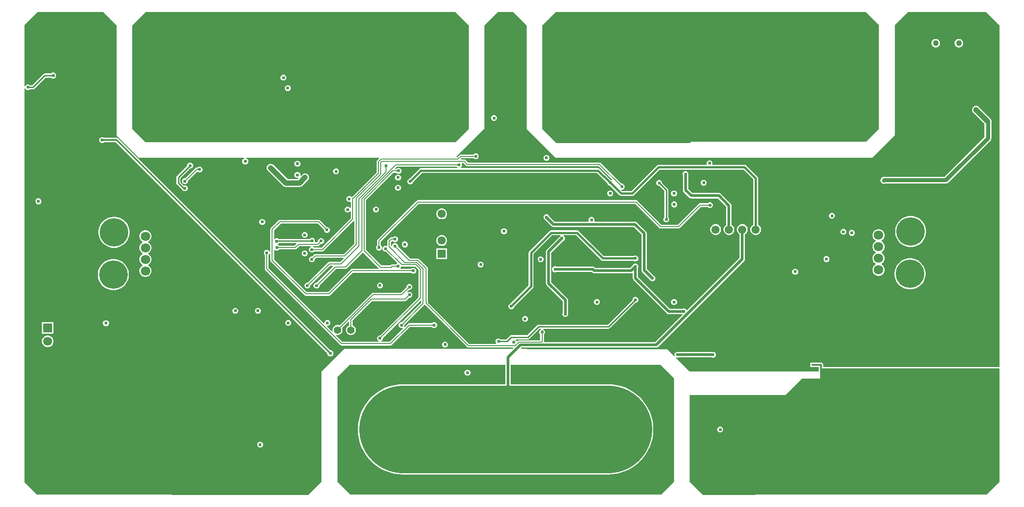
<source format=gbl>
G04*
G04 #@! TF.GenerationSoftware,Altium Limited,Altium Designer,24.2.2 (26)*
G04*
G04 Layer_Physical_Order=4*
G04 Layer_Color=16711680*
%FSLAX25Y25*%
%MOIN*%
G70*
G04*
G04 #@! TF.SameCoordinates,E85AF581-5EDA-4222-B011-A7CF2EBE2122*
G04*
G04*
G04 #@! TF.FilePolarity,Positive*
G04*
G01*
G75*
%ADD11C,0.01575*%
%ADD14C,0.00787*%
%ADD15C,0.01968*%
%ADD17C,0.01000*%
%ADD20C,0.00197*%
%ADD80C,0.07087*%
%ADD82R,0.06102X0.06102*%
%ADD83C,0.06102*%
%ADD84R,0.05469X0.05469*%
%ADD85C,0.05469*%
%ADD91C,0.04331*%
%ADD111C,0.01181*%
%ADD112C,0.03937*%
%ADD114C,0.03150*%
%ADD118C,0.21260*%
%ADD119C,0.51181*%
%ADD120C,0.06693*%
%ADD121R,0.06693X0.06693*%
%ADD122R,0.06102X0.06102*%
%ADD123C,0.02402*%
%ADD124C,0.65617*%
G36*
X685376Y745850D02*
X685377Y663127D01*
X702138Y646366D01*
X780986D01*
X781086Y645866D01*
X780568Y645651D01*
X779949Y645032D01*
X779614Y644223D01*
Y643348D01*
X779949Y642539D01*
X780568Y641920D01*
X781377Y641585D01*
X782252D01*
X783061Y641920D01*
X783680Y642539D01*
X784015Y643348D01*
Y644223D01*
X783680Y645032D01*
X783061Y645651D01*
X782543Y645866D01*
X782643Y646366D01*
X806842D01*
X881802Y646366D01*
X882009Y645866D01*
X880441Y644298D01*
X880133Y643837D01*
X880025Y643293D01*
Y635291D01*
X862067Y617334D01*
X861691Y617259D01*
X861275Y616981D01*
X860887Y617368D01*
X860079Y617703D01*
X859203D01*
X858394Y617368D01*
X857775Y616749D01*
X857440Y615940D01*
Y615064D01*
X857775Y614256D01*
X858394Y613637D01*
X859203Y613302D01*
X860079D01*
X860398Y613434D01*
X860814Y613156D01*
Y608897D01*
X860314Y608798D01*
X860311Y608805D01*
X859692Y609424D01*
X858883Y609759D01*
X858008D01*
X857199Y609424D01*
X856580Y608805D01*
X856245Y607996D01*
Y607121D01*
X856580Y606312D01*
X857199Y605693D01*
X858008Y605358D01*
X858883D01*
X859692Y605693D01*
X860311Y606312D01*
X860314Y606319D01*
X860814Y606220D01*
Y600946D01*
X838885Y579016D01*
X833365D01*
X832920Y579461D01*
X832476Y579645D01*
X832575Y580145D01*
X836120D01*
X836664Y580253D01*
X837125Y580561D01*
X838337Y581773D01*
X838966D01*
X839775Y582108D01*
X840394Y582727D01*
X840729Y583536D01*
Y584412D01*
X840394Y585220D01*
X839775Y585840D01*
X838966Y586175D01*
X838091D01*
X837282Y585840D01*
X836663Y585220D01*
X836328Y584412D01*
Y583783D01*
X835532Y582987D01*
X834127D01*
X833849Y583403D01*
X833982Y583723D01*
Y584598D01*
X833646Y585407D01*
X833027Y586026D01*
X832218Y586361D01*
X831343D01*
X830534Y586026D01*
X830011Y585503D01*
X806653D01*
X806503Y585653D01*
X805694Y585988D01*
X804819D01*
X804010Y585653D01*
X803880Y585524D01*
X803418Y585715D01*
Y592111D01*
X808358Y597051D01*
X836132D01*
X840690Y592494D01*
Y591865D01*
X841025Y591056D01*
X841644Y590437D01*
X842453Y590102D01*
X843328D01*
X844137Y590437D01*
X844756Y591056D01*
X845091Y591865D01*
Y592740D01*
X844756Y593549D01*
X844137Y594168D01*
X843328Y594503D01*
X842699D01*
X837725Y599477D01*
X837264Y599785D01*
X836721Y599893D01*
X807770D01*
X807226Y599785D01*
X806765Y599477D01*
X800993Y593705D01*
X800685Y593244D01*
X800576Y592700D01*
Y575668D01*
X800101Y575609D01*
X799766Y576418D01*
X799147Y577037D01*
X798338Y577372D01*
X797462D01*
X796653Y577037D01*
X796034Y576418D01*
X795699Y575609D01*
Y574733D01*
X796034Y573925D01*
X796479Y573480D01*
Y563006D01*
X796587Y562463D01*
X796895Y562002D01*
X852906Y505991D01*
X853367Y505683D01*
X853911Y505575D01*
X853911Y505575D01*
X890503D01*
X891047Y505683D01*
X891508Y505991D01*
X905003Y519487D01*
X921493D01*
X921938Y519042D01*
X922747Y518707D01*
X923622D01*
X924431Y519042D01*
X925050Y519661D01*
X925385Y520470D01*
Y521345D01*
X925050Y522154D01*
X924431Y522773D01*
X923622Y523108D01*
X922747D01*
X921938Y522773D01*
X921493Y522329D01*
X904415D01*
X903871Y522220D01*
X903410Y521912D01*
X901059Y519562D01*
X900636Y519845D01*
X900877Y520428D01*
Y521057D01*
X915772Y535952D01*
X915921Y536101D01*
X916425Y535955D01*
X947998Y504382D01*
X948459Y504074D01*
X949003Y503966D01*
X982181D01*
X982372Y503504D01*
X981837Y502969D01*
X855973D01*
X838920Y485916D01*
Y403386D01*
X829021Y393487D01*
X625933Y393738D01*
X616430Y403241D01*
Y481024D01*
Y698566D01*
X616930Y698665D01*
X617174Y698075D01*
X617793Y697456D01*
X618602Y697121D01*
X619478D01*
X620287Y697456D01*
X620623Y697793D01*
X622837D01*
X623422Y697909D01*
X623918Y698241D01*
X632258Y706580D01*
X636489D01*
X636825Y706244D01*
X637634Y705909D01*
X638510D01*
X639319Y706244D01*
X639938Y706863D01*
X640273Y707672D01*
Y708548D01*
X639938Y709356D01*
X639319Y709975D01*
X638510Y710311D01*
X637634D01*
X636825Y709975D01*
X636489Y709639D01*
X631625D01*
X631040Y709523D01*
X630543Y709191D01*
X622204Y700851D01*
X620623D01*
X620287Y701188D01*
X619478Y701523D01*
X618602D01*
X617793Y701188D01*
X617174Y700569D01*
X616930Y699979D01*
X616430Y700078D01*
Y745850D01*
X626297Y755717D01*
X675509Y755717D01*
X685376Y745850D01*
D02*
G37*
G36*
X939258Y755692D02*
X949156Y745794D01*
Y668156D01*
X939022Y658022D01*
X938867Y658177D01*
X807479D01*
X806990Y658224D01*
X806968Y658222D01*
X806519Y658177D01*
X806506D01*
Y658177D01*
X707030D01*
X697187Y668019D01*
Y745850D01*
X707030Y755692D01*
X939258D01*
Y755692D01*
D02*
G37*
G36*
X1256243Y745794D02*
Y668156D01*
X1246511Y658424D01*
X1115597D01*
X1114689Y657517D01*
X1014777D01*
X1004274Y668019D01*
Y745850D01*
X1014117Y755692D01*
X1246344D01*
X1256243Y745794D01*
D02*
G37*
G36*
X1346511Y745794D02*
Y489352D01*
X1214775D01*
X1214423Y489707D01*
X1214436Y491341D01*
X1214436Y491343D01*
X1214436Y491345D01*
X1214399Y491538D01*
X1214362Y491732D01*
X1214361Y491733D01*
X1214360Y491736D01*
X1214252Y491899D01*
X1214144Y492064D01*
X1214142Y492065D01*
X1214141Y492067D01*
X1213789Y492422D01*
X1213787Y492424D01*
X1213786Y492425D01*
X1213621Y492535D01*
X1213459Y492645D01*
X1213457Y492645D01*
X1213455Y492646D01*
X1213262Y492685D01*
X1213069Y492724D01*
X1213067Y492724D01*
X1213065Y492724D01*
X1205712D01*
X1205322Y492646D01*
X1204991Y492425D01*
X1204770Y492095D01*
X1204692Y491704D01*
Y490507D01*
X1204770Y490117D01*
X1204991Y489786D01*
X1205322Y489565D01*
X1205712Y489488D01*
X1211216D01*
Y486052D01*
X1114510D01*
X1104281Y496282D01*
X1104564Y496706D01*
X1105062Y496499D01*
X1105938D01*
X1106367Y496677D01*
X1131033D01*
X1131462Y496499D01*
X1132338D01*
X1133147Y496834D01*
X1133766Y497453D01*
X1134101Y498262D01*
Y499138D01*
X1133766Y499947D01*
X1133147Y500566D01*
X1132338Y500901D01*
X1131462D01*
X1131033Y500723D01*
X1106367D01*
X1105938Y500901D01*
X1105062D01*
X1104253Y500566D01*
X1103634Y499947D01*
X1103299Y499138D01*
Y498262D01*
X1103506Y497764D01*
X1103082Y497481D01*
X1097749Y502814D01*
X993045D01*
X992889Y502969D01*
X988212D01*
X988021Y503431D01*
X988523Y503933D01*
X1089476D01*
X1090250Y504087D01*
X1090906Y504525D01*
X1155362Y568981D01*
X1155801Y569637D01*
X1155955Y570412D01*
Y589050D01*
X1156419Y589318D01*
X1157173Y590072D01*
X1157707Y590996D01*
X1157983Y592026D01*
Y593093D01*
X1157707Y594123D01*
X1157173Y595047D01*
X1156419Y595801D01*
X1155495Y596335D01*
X1154465Y596611D01*
X1153398D01*
X1152368Y596335D01*
X1151444Y595801D01*
X1150690Y595047D01*
X1150156Y594123D01*
X1149880Y593093D01*
Y592026D01*
X1150156Y590996D01*
X1150690Y590072D01*
X1151444Y589318D01*
X1151908Y589050D01*
Y571250D01*
X1112608Y531950D01*
X1112118Y532047D01*
X1111990Y532355D01*
X1111371Y532975D01*
X1110562Y533310D01*
X1109687D01*
X1109258Y533132D01*
X1099718D01*
X1075923Y556927D01*
Y563952D01*
X1076101Y564381D01*
Y565257D01*
X1075766Y566066D01*
X1075147Y566685D01*
X1074338Y567020D01*
X1073462D01*
X1072653Y566685D01*
X1072034Y566066D01*
X1071873Y565677D01*
X1070113Y563917D01*
X1043753D01*
X1043452Y564218D01*
X1042796Y564657D01*
X1042022Y564811D01*
X1014735D01*
X1014306Y564988D01*
X1013431D01*
X1012622Y564653D01*
X1012003Y564034D01*
X1011668Y563225D01*
Y562350D01*
X1012003Y561541D01*
X1012622Y560922D01*
X1013431Y560587D01*
X1014306D01*
X1014735Y560765D01*
X1041184D01*
X1041485Y560463D01*
X1042141Y560025D01*
X1042915Y559871D01*
X1070951D01*
X1071377Y559955D01*
X1071877Y559570D01*
Y556089D01*
X1072031Y555315D01*
X1072470Y554659D01*
X1097450Y529678D01*
X1098106Y529240D01*
X1098880Y529086D01*
X1109037D01*
X1109245Y528586D01*
X1088638Y507979D01*
X1005784D01*
X1005411Y508479D01*
X1005455Y508700D01*
Y513904D01*
X1005952Y514401D01*
X1006287Y515210D01*
Y516086D01*
X1005952Y516894D01*
X1005333Y517514D01*
X1004922Y517684D01*
X1005021Y518184D01*
X1053729D01*
X1054314Y518300D01*
X1054810Y518632D01*
X1073846Y537667D01*
X1074335D01*
X1075144Y538002D01*
X1075763Y538622D01*
X1076098Y539430D01*
Y540306D01*
X1075763Y541115D01*
X1075144Y541734D01*
X1074335Y542069D01*
X1073459D01*
X1072650Y541734D01*
X1072031Y541115D01*
X1071696Y540306D01*
Y539843D01*
X1053095Y521243D01*
X1001405D01*
X1000820Y521126D01*
X1000324Y520795D01*
X992809Y513281D01*
X980906D01*
X980320Y513164D01*
X979824Y512833D01*
X977221Y510229D01*
X972997D01*
X972661Y510566D01*
X971852Y510901D01*
X970977D01*
X970168Y510566D01*
X969549Y509947D01*
X969213Y509138D01*
Y508262D01*
X969549Y507453D01*
X969694Y507308D01*
X969487Y506808D01*
X949591D01*
X918503Y537896D01*
Y563312D01*
X918503Y563312D01*
X918395Y563856D01*
X918087Y564317D01*
X911911Y570493D01*
X911450Y570801D01*
X910906Y570909D01*
X905175D01*
X896031Y580053D01*
Y580682D01*
X895696Y581491D01*
X895077Y582110D01*
X894268Y582445D01*
X893392D01*
X892583Y582110D01*
X891964Y581491D01*
X891648Y580727D01*
X891585Y580664D01*
X891129Y580481D01*
X890958Y580602D01*
Y583199D01*
X891701Y583941D01*
X892139D01*
X892583Y583496D01*
X893392Y583161D01*
X894268D01*
X895077Y583496D01*
X895696Y584116D01*
X896031Y584924D01*
Y585800D01*
X895696Y586609D01*
X895077Y587228D01*
X894268Y587563D01*
X893392D01*
X892583Y587228D01*
X892139Y586783D01*
X891112D01*
X890568Y586675D01*
X890107Y586367D01*
X888532Y584792D01*
X888224Y584331D01*
X888116Y583787D01*
Y580497D01*
X887616Y580163D01*
X887188Y580340D01*
X886313D01*
X885504Y580005D01*
X884885Y579386D01*
X884664Y578853D01*
X884597Y578691D01*
X884097Y578791D01*
X884097Y578954D01*
Y579463D01*
X883762Y580272D01*
X883317Y580717D01*
Y583396D01*
X911683Y611762D01*
X1073917D01*
X1091869Y593810D01*
X1092330Y593502D01*
X1092874Y593393D01*
X1106121D01*
X1106665Y593502D01*
X1107126Y593810D01*
X1122775Y609458D01*
X1128035D01*
X1128480Y609014D01*
X1129289Y608678D01*
X1130164D01*
X1130973Y609014D01*
X1131592Y609633D01*
X1131927Y610442D01*
Y611317D01*
X1131592Y612126D01*
X1130973Y612745D01*
X1130164Y613080D01*
X1129289D01*
X1128480Y612745D01*
X1128035Y612300D01*
X1122186D01*
X1121642Y612192D01*
X1121181Y611884D01*
X1105533Y596235D01*
X1093462D01*
X1075511Y614187D01*
X1075049Y614495D01*
X1074506Y614604D01*
X911095D01*
X910551Y614495D01*
X910090Y614187D01*
X880892Y584989D01*
X880583Y584528D01*
X880475Y583984D01*
Y580717D01*
X880031Y580272D01*
X879696Y579463D01*
Y578588D01*
X880031Y577779D01*
X880650Y577160D01*
X881459Y576825D01*
X882334D01*
X883143Y577160D01*
X883762Y577779D01*
X883983Y578312D01*
X884050Y578474D01*
X884550Y578374D01*
X884550Y578211D01*
Y577702D01*
X884885Y576893D01*
X885504Y576274D01*
X886313Y575939D01*
X887169D01*
X895469Y567638D01*
X895372Y567148D01*
X895051Y567016D01*
X894607Y566571D01*
X891874D01*
X891330Y566463D01*
X890869Y566155D01*
X890364Y565650D01*
X883921D01*
X872273Y577298D01*
Y614612D01*
X892862Y635201D01*
X894834D01*
X895278Y634756D01*
X896087Y634421D01*
X896963D01*
X897772Y634756D01*
X898391Y635375D01*
X898726Y636184D01*
Y637060D01*
X898391Y637868D01*
X897772Y638488D01*
X896963Y638823D01*
X896087D01*
X895278Y638488D01*
X894834Y638043D01*
X894130D01*
X893939Y638505D01*
X895139Y639705D01*
X940209D01*
X940653Y639260D01*
X940971Y639129D01*
X940872Y638629D01*
X913330D01*
X913330Y638629D01*
X912633Y638490D01*
X912041Y638095D01*
X904716Y630769D01*
X904091Y630511D01*
X903472Y629892D01*
X903137Y629083D01*
Y628207D01*
X903472Y627398D01*
X904091Y626779D01*
X904900Y626444D01*
X905776D01*
X906584Y626779D01*
X907204Y627398D01*
X907539Y628207D01*
Y628438D01*
X914085Y634984D01*
X1045215D01*
X1052857Y627342D01*
Y627281D01*
X1053192Y626472D01*
X1053811Y625853D01*
X1054620Y625518D01*
X1054681D01*
X1061760Y618439D01*
X1061760Y618439D01*
X1062351Y618044D01*
X1063048Y617905D01*
X1071654D01*
X1071655Y617905D01*
X1072352Y618044D01*
X1072943Y618439D01*
X1091957Y637453D01*
X1154920D01*
X1162109Y630264D01*
Y596185D01*
X1161444Y595801D01*
X1160690Y595047D01*
X1160157Y594123D01*
X1159880Y593093D01*
Y592026D01*
X1160157Y590996D01*
X1160690Y590072D01*
X1161444Y589318D01*
X1162368Y588785D01*
X1163398Y588509D01*
X1164465D01*
X1165495Y588785D01*
X1166419Y589318D01*
X1167173Y590072D01*
X1167707Y590996D01*
X1167983Y592026D01*
Y593093D01*
X1167707Y594123D01*
X1167173Y595047D01*
X1166419Y595801D01*
X1165754Y596185D01*
Y631019D01*
X1165754Y631019D01*
X1165615Y631716D01*
X1165220Y632307D01*
X1156963Y640564D01*
X1156372Y640959D01*
X1155675Y641098D01*
X1155675Y641098D01*
X1131822D01*
X1131544Y641514D01*
X1131673Y641826D01*
Y642701D01*
X1131338Y643510D01*
X1130719Y644130D01*
X1129910Y644464D01*
X1129035D01*
X1128226Y644130D01*
X1127607Y643510D01*
X1127272Y642701D01*
Y641826D01*
X1127401Y641514D01*
X1127123Y641098D01*
X1091203D01*
X1091202Y641098D01*
X1090505Y640959D01*
X1089914Y640564D01*
X1070900Y621550D01*
X1063803D01*
X1063267Y622086D01*
X1063478Y622582D01*
X1064153D01*
X1064962Y622917D01*
X1065581Y623536D01*
X1065916Y624345D01*
Y625220D01*
X1065581Y626029D01*
X1064962Y626648D01*
X1064153Y626983D01*
X1063524D01*
X1048012Y642495D01*
X1047551Y642803D01*
X1047007Y642911D01*
X948499D01*
X946684Y644726D01*
X946224Y645034D01*
X945680Y645142D01*
X943505D01*
X943313Y645604D01*
X943769Y646059D01*
X952768D01*
X953213Y645614D01*
X954022Y645279D01*
X954897D01*
X955706Y645614D01*
X956326Y646234D01*
X956660Y647042D01*
Y647918D01*
X956326Y648727D01*
X955706Y649346D01*
X954897Y649681D01*
X954022D01*
X953213Y649346D01*
X952768Y648901D01*
X943180D01*
X942636Y648793D01*
X942175Y648485D01*
X940487Y646797D01*
X940195Y646832D01*
X940007Y647351D01*
X960812Y668156D01*
X960967D01*
Y745794D01*
X970809Y755636D01*
X982565D01*
X982621Y755692D01*
X992463Y745850D01*
Y668019D01*
X1014116Y646366D01*
X1113929D01*
X1251156Y646366D01*
X1268054Y663264D01*
Y745794D01*
X1277952Y755692D01*
X1336613Y755692D01*
X1346511Y745794D01*
D02*
G37*
G36*
X946905Y640486D02*
X947366Y640178D01*
X947910Y640069D01*
X1046418D01*
X1056404Y630084D01*
X1056121Y629660D01*
X1055495Y629919D01*
X1055434D01*
X1047258Y638095D01*
X1046667Y638490D01*
X1045969Y638629D01*
X1045969Y638629D01*
X942928D01*
X942829Y639129D01*
X943147Y639260D01*
X943766Y639880D01*
X944101Y640689D01*
Y641564D01*
X943968Y641884D01*
X944246Y642300D01*
X945091D01*
X946905Y640486D01*
D02*
G37*
G36*
X820137Y581983D02*
X818638Y580484D01*
X807091D01*
X806647Y580929D01*
X806030Y581184D01*
Y581726D01*
X806503Y581922D01*
X807026Y582444D01*
X819946D01*
X820137Y581983D01*
D02*
G37*
G36*
X863496Y598901D02*
Y582014D01*
X855667Y574185D01*
X834153D01*
X833609Y574077D01*
X833148Y573769D01*
X831785Y572405D01*
X831156D01*
X830348Y572070D01*
X829728Y571451D01*
X829393Y570642D01*
Y569767D01*
X829728Y568958D01*
X830348Y568339D01*
X831156Y568004D01*
X832032D01*
X832841Y568339D01*
X833460Y568958D01*
X833795Y569767D01*
Y570396D01*
X834742Y571343D01*
X855327D01*
X855518Y570881D01*
X852952Y568315D01*
X844676D01*
X844676Y568315D01*
X844132Y568206D01*
X843671Y567898D01*
X828498Y552725D01*
X827869D01*
X827060Y552390D01*
X826441Y551771D01*
X826106Y550962D01*
Y550086D01*
X826441Y549277D01*
X827060Y548658D01*
X827869Y548323D01*
X828744D01*
X829553Y548658D01*
X830172Y549277D01*
X830507Y550086D01*
Y550715D01*
X845265Y565473D01*
X847476D01*
X847668Y565010D01*
X835382Y552725D01*
X834753D01*
X833944Y552390D01*
X833325Y551771D01*
X832990Y550962D01*
Y550086D01*
X833325Y549277D01*
X833944Y548658D01*
X834753Y548323D01*
X835629D01*
X836438Y548658D01*
X837057Y549277D01*
X837392Y550086D01*
Y550715D01*
X849810Y563133D01*
X856993D01*
X857537Y563241D01*
X857998Y563549D01*
X870000Y575551D01*
X881996Y563555D01*
X881789Y563055D01*
X861765D01*
X861221Y562947D01*
X860760Y562639D01*
X843877Y545756D01*
X827724D01*
X803418Y570061D01*
Y577225D01*
X803918Y577432D01*
X804153Y577197D01*
X804962Y576862D01*
X805838D01*
X806647Y577197D01*
X807091Y577642D01*
X819227D01*
X819771Y577750D01*
X820232Y578058D01*
X822318Y580145D01*
X830772D01*
X830872Y579645D01*
X830427Y579461D01*
X829808Y578842D01*
X829473Y578033D01*
Y577157D01*
X829808Y576348D01*
X830427Y575729D01*
X831236Y575394D01*
X832111D01*
X832920Y575729D01*
X833365Y576174D01*
X839473D01*
X840017Y576282D01*
X840478Y576590D01*
X862996Y599108D01*
X863496Y598901D01*
D02*
G37*
G36*
X800576Y574674D02*
Y569472D01*
X800685Y568929D01*
X800993Y568468D01*
X826130Y543330D01*
X826591Y543022D01*
X827135Y542914D01*
X844465D01*
X845009Y543022D01*
X845470Y543330D01*
X862353Y560213D01*
X905910D01*
X906355Y559768D01*
X907164Y559433D01*
X908039D01*
X908848Y559768D01*
X909467Y560387D01*
X909802Y561196D01*
Y562072D01*
X909467Y562881D01*
X908848Y563500D01*
X908039Y563835D01*
X907164D01*
X906355Y563500D01*
X905910Y563055D01*
X898023D01*
X897816Y563555D01*
X898164Y563903D01*
X898499Y564712D01*
X898755Y564922D01*
X898779Y564917D01*
X909013D01*
X911431Y562499D01*
Y541725D01*
X882840Y513134D01*
X882211D01*
X881402Y512799D01*
X880783Y512180D01*
X880448Y511371D01*
Y510495D01*
X880783Y509686D01*
X881402Y509067D01*
X881765Y508917D01*
X881666Y508417D01*
X854499D01*
X849778Y513138D01*
X850037Y513586D01*
X850399Y513489D01*
X851382D01*
X852332Y513744D01*
X853183Y514235D01*
X853878Y514931D01*
X854370Y515782D01*
X854625Y516732D01*
Y517715D01*
X854370Y518665D01*
X854360Y518683D01*
X859007Y523331D01*
X859469Y523140D01*
Y520709D01*
X859449Y520703D01*
X858597Y520212D01*
X857902Y519517D01*
X857411Y518665D01*
X857156Y517715D01*
Y516732D01*
X857411Y515782D01*
X857902Y514931D01*
X858597Y514235D01*
X859449Y513744D01*
X860399Y513489D01*
X861382D01*
X862332Y513744D01*
X863183Y514235D01*
X863879Y514931D01*
X864370Y515782D01*
X864625Y516732D01*
Y517715D01*
X864370Y518665D01*
X863879Y519517D01*
X863183Y520212D01*
X862332Y520703D01*
X862311Y520709D01*
Y524408D01*
X876806Y538902D01*
X901416D01*
X901960Y539010D01*
X902421Y539319D01*
X904602Y541500D01*
X905231D01*
X906040Y541835D01*
X906659Y542454D01*
X906994Y543263D01*
Y544138D01*
X906659Y544947D01*
X906040Y545566D01*
X905231Y545901D01*
X904356D01*
X903547Y545566D01*
X903196Y545921D01*
X904573Y547298D01*
X905185D01*
X905994Y547633D01*
X906613Y548252D01*
X906948Y549061D01*
Y549937D01*
X906613Y550746D01*
X905994Y551365D01*
X905185Y551700D01*
X904310D01*
X903501Y551365D01*
X902882Y550746D01*
X902547Y549937D01*
Y549291D01*
X898378Y545122D01*
X877367D01*
X876824Y545013D01*
X876362Y544705D01*
X852350Y520693D01*
X852332Y520703D01*
X851382Y520958D01*
X850399D01*
X849449Y520703D01*
X848598Y520212D01*
X847902Y519517D01*
X847411Y518665D01*
X847156Y517715D01*
Y516732D01*
X847253Y516370D01*
X846805Y516111D01*
X843082Y519834D01*
X843289Y520334D01*
X843754D01*
X844562Y520669D01*
X845181Y521288D01*
X845516Y522097D01*
Y522972D01*
X845181Y523781D01*
X844562Y524400D01*
X843754Y524735D01*
X842878D01*
X842069Y524400D01*
X841450Y523781D01*
X841115Y522972D01*
Y522508D01*
X840615Y522301D01*
X799321Y563595D01*
Y573480D01*
X799766Y573925D01*
X800101Y574733D01*
X800576Y574674D01*
D02*
G37*
G36*
X1003251Y517684D02*
X1002839Y517514D01*
X1002220Y516894D01*
X1001885Y516086D01*
Y515210D01*
X1002220Y514401D01*
X1002613Y514009D01*
Y509542D01*
X986723D01*
X986179Y509434D01*
X985718Y509126D01*
X985403Y508811D01*
X984912Y508908D01*
X984780Y509228D01*
X984286Y509722D01*
X984464Y510222D01*
X993443D01*
X994028Y510338D01*
X994524Y510670D01*
X1002039Y518184D01*
X1003151D01*
X1003251Y517684D01*
D02*
G37*
G36*
X913496Y539117D02*
Y537695D01*
X898867Y523067D01*
X898238D01*
X897430Y522731D01*
X896811Y522112D01*
X896475Y521304D01*
Y520428D01*
X896811Y519619D01*
X897430Y519000D01*
X898238Y518665D01*
X899114D01*
X899697Y518906D01*
X899980Y518483D01*
X889915Y508417D01*
X883632D01*
X883533Y508917D01*
X883896Y509067D01*
X884515Y509686D01*
X884850Y510495D01*
Y511124D01*
X913034Y539308D01*
X913496Y539117D01*
D02*
G37*
G36*
X1102699Y481160D02*
Y403330D01*
X1093107Y393738D01*
X860379D01*
X850731Y403386D01*
Y482070D01*
X859818Y491158D01*
X976364D01*
Y476549D01*
X899943D01*
X896626Y476386D01*
X893340Y475899D01*
X890117Y475092D01*
X886990Y473973D01*
X883987Y472552D01*
X881138Y470845D01*
X878470Y468866D01*
X876008Y466635D01*
X873778Y464174D01*
X871799Y461506D01*
X870091Y458656D01*
X868671Y455654D01*
X867552Y452526D01*
X866745Y449304D01*
X866257Y446018D01*
X866094Y442700D01*
X866257Y439382D01*
X866745Y436096D01*
X867552Y432874D01*
X868671Y429746D01*
X870091Y426744D01*
X871799Y423895D01*
X873778Y421226D01*
X876008Y418765D01*
X878470Y416534D01*
X881138Y414556D01*
X883987Y412848D01*
X886990Y411427D01*
X890117Y410308D01*
X893340Y409501D01*
X896626Y409014D01*
X899943Y408851D01*
X1053487D01*
X1056804Y409014D01*
X1060090Y409501D01*
X1063313Y410308D01*
X1066440Y411427D01*
X1069443Y412848D01*
X1072292Y414556D01*
X1074960Y416534D01*
X1077422Y418765D01*
X1079652Y421226D01*
X1081631Y423895D01*
X1083339Y426744D01*
X1084759Y429746D01*
X1085878Y432874D01*
X1086685Y436096D01*
X1087173Y439382D01*
X1087336Y442700D01*
X1087173Y446018D01*
X1086685Y449304D01*
X1085878Y452526D01*
X1084759Y455654D01*
X1083339Y458656D01*
X1081631Y461506D01*
X1079652Y464174D01*
X1077422Y466635D01*
X1074960Y468866D01*
X1072292Y470845D01*
X1069443Y472552D01*
X1066440Y473973D01*
X1063313Y475092D01*
X1060090Y475899D01*
X1056804Y476386D01*
X1053487Y476549D01*
X980410D01*
Y491158D01*
X1092702D01*
X1102699Y481160D01*
D02*
G37*
G36*
X1213417Y491349D02*
X1213391Y488332D01*
X1346511D01*
Y479143D01*
Y403511D01*
X1336738Y393738D01*
X1202941Y393738D01*
X1124353Y393487D01*
X1114510Y403330D01*
Y468292D01*
X1186167D01*
X1198529Y480653D01*
X1212236D01*
Y490507D01*
X1205712D01*
Y491704D01*
X1213065D01*
X1213417Y491349D01*
D02*
G37*
%LPC*%
G36*
X821264Y644215D02*
X820389D01*
X819580Y643880D01*
X818960Y643261D01*
X818626Y642452D01*
Y641577D01*
X818960Y640768D01*
X819580Y640149D01*
X820389Y639814D01*
X821264D01*
X822073Y640149D01*
X822692Y640768D01*
X823027Y641577D01*
Y642452D01*
X822692Y643261D01*
X822073Y643880D01*
X821264Y644215D01*
D02*
G37*
G36*
X748042Y639852D02*
X747167D01*
X746358Y639516D01*
X745913Y639072D01*
X745372D01*
X744828Y638964D01*
X744367Y638656D01*
X736749Y631037D01*
X736120D01*
X735311Y630702D01*
X734692Y630083D01*
X734357Y629274D01*
Y628399D01*
X734692Y627590D01*
X735311Y626970D01*
X736120Y626636D01*
X736995D01*
X737804Y626970D01*
X738423Y627590D01*
X738758Y628399D01*
Y629027D01*
X745937Y636206D01*
X746358Y635785D01*
X747167Y635450D01*
X748042D01*
X748851Y635785D01*
X749470Y636404D01*
X749805Y637213D01*
Y638089D01*
X749470Y638897D01*
X748851Y639516D01*
X748042Y639852D01*
D02*
G37*
G36*
X850222Y638376D02*
X849346D01*
X848537Y638041D01*
X847918Y637422D01*
X847583Y636613D01*
Y635738D01*
X847918Y634929D01*
X848537Y634310D01*
X849346Y633975D01*
X850222D01*
X851031Y634310D01*
X851650Y634929D01*
X851985Y635738D01*
Y636613D01*
X851650Y637422D01*
X851031Y638041D01*
X850222Y638376D01*
D02*
G37*
G36*
X800900Y641886D02*
X800125Y641784D01*
X799403Y641485D01*
X798783Y641009D01*
X798307Y640389D01*
X798008Y639667D01*
X797906Y638892D01*
X798008Y638117D01*
X798307Y637395D01*
X798783Y636775D01*
X810157Y625401D01*
X810777Y624925D01*
X811076Y624801D01*
X811499Y624626D01*
X812274Y624524D01*
X822456D01*
X823230Y624626D01*
X823953Y624925D01*
X824573Y625401D01*
X828749Y629576D01*
X829224Y630197D01*
X829523Y630919D01*
X829626Y631694D01*
X829523Y632469D01*
X829224Y633191D01*
X828749Y633811D01*
X828129Y634287D01*
X827406Y634586D01*
X826631Y634688D01*
X825856Y634586D01*
X825134Y634287D01*
X824514Y633811D01*
X823408Y632705D01*
X822984Y632988D01*
X823027Y633091D01*
Y633967D01*
X822692Y634776D01*
X822073Y635395D01*
X821264Y635730D01*
X820389D01*
X819580Y635395D01*
X818960Y634776D01*
X818626Y633967D01*
Y633091D01*
X818960Y632282D01*
X819580Y631663D01*
X820389Y631328D01*
X821264D01*
X821367Y631371D01*
X821650Y630947D01*
X821215Y630512D01*
X813515D01*
X803017Y641009D01*
X802397Y641485D01*
X801675Y641784D01*
X800900Y641886D01*
D02*
G37*
G36*
X740962Y642694D02*
X740087D01*
X739278Y642359D01*
X738659Y641740D01*
X738324Y640931D01*
Y640455D01*
X730644Y632775D01*
X730312Y632279D01*
X730196Y631694D01*
Y627458D01*
X730312Y626872D01*
X730644Y626376D01*
X734359Y622661D01*
X734571Y622519D01*
X734692Y622228D01*
X735311Y621609D01*
X736120Y621274D01*
X736995D01*
X737804Y621609D01*
X738423Y622228D01*
X738758Y623037D01*
Y623912D01*
X738423Y624721D01*
X737804Y625341D01*
X736995Y625675D01*
X736120D01*
X735802Y625544D01*
X733255Y628091D01*
Y631060D01*
X740487Y638292D01*
X740962D01*
X741771Y638627D01*
X742390Y639246D01*
X742725Y640055D01*
Y640931D01*
X742390Y641740D01*
X741771Y642359D01*
X740962Y642694D01*
D02*
G37*
G36*
X627338Y615932D02*
X626462D01*
X625653Y615597D01*
X625034Y614978D01*
X624699Y614169D01*
Y613294D01*
X625034Y612485D01*
X625653Y611866D01*
X626462Y611531D01*
X627338D01*
X628147Y611866D01*
X628766Y612485D01*
X629101Y613294D01*
Y614169D01*
X628766Y614978D01*
X628147Y615597D01*
X627338Y615932D01*
D02*
G37*
G36*
X794940Y600507D02*
X794065D01*
X793256Y600172D01*
X792637Y599553D01*
X792302Y598744D01*
Y597869D01*
X792637Y597060D01*
X793256Y596441D01*
X794065Y596106D01*
X794940D01*
X795749Y596441D01*
X796368Y597060D01*
X796703Y597869D01*
Y598744D01*
X796368Y599553D01*
X795749Y600172D01*
X794940Y600507D01*
D02*
G37*
G36*
X826776Y590754D02*
X825900D01*
X825091Y590419D01*
X824472Y589800D01*
X824137Y588991D01*
Y588116D01*
X824472Y587307D01*
X825091Y586688D01*
X825900Y586353D01*
X826776D01*
X827585Y586688D01*
X828204Y587307D01*
X828539Y588116D01*
Y588991D01*
X828204Y589800D01*
X827585Y590419D01*
X826776Y590754D01*
D02*
G37*
G36*
X684445Y602183D02*
X682615D01*
X680807Y601897D01*
X679066Y601331D01*
X677435Y600500D01*
X675954Y599424D01*
X674659Y598130D01*
X673583Y596649D01*
X672752Y595017D01*
X672186Y593277D01*
X671900Y591468D01*
Y589638D01*
X672186Y587830D01*
X672752Y586089D01*
X673583Y584458D01*
X674659Y582977D01*
X675954Y581682D01*
X677435Y580606D01*
X679066Y579775D01*
X680807Y579210D01*
X682615Y578923D01*
X684445D01*
X686253Y579210D01*
X687994Y579775D01*
X689625Y580606D01*
X691106Y581682D01*
X692401Y582977D01*
X693477Y584458D01*
X694308Y586089D01*
X694874Y587830D01*
X695160Y589638D01*
Y591468D01*
X694874Y593277D01*
X694308Y595017D01*
X693477Y596649D01*
X692401Y598130D01*
X691106Y599424D01*
X689625Y600500D01*
X687994Y601331D01*
X686253Y601897D01*
X684445Y602183D01*
D02*
G37*
G36*
X707628Y592081D02*
X706432D01*
X705276Y591771D01*
X704240Y591173D01*
X703394Y590327D01*
X702796Y589291D01*
X702487Y588136D01*
Y586939D01*
X702796Y585784D01*
X703394Y584748D01*
X704240Y583902D01*
X704944Y583495D01*
Y582918D01*
X704240Y582512D01*
X703394Y581666D01*
X702796Y580630D01*
X702487Y579474D01*
Y578278D01*
X702796Y577122D01*
X703394Y576086D01*
X704240Y575241D01*
X704944Y574834D01*
Y574257D01*
X704240Y573850D01*
X703394Y573004D01*
X702796Y571968D01*
X702487Y570813D01*
Y569616D01*
X702796Y568461D01*
X703394Y567425D01*
X704240Y566579D01*
X704944Y566173D01*
Y565595D01*
X704240Y565189D01*
X703394Y564343D01*
X702796Y563307D01*
X702487Y562151D01*
Y560955D01*
X702796Y559799D01*
X703394Y558764D01*
X704240Y557918D01*
X705276Y557319D01*
X706432Y557010D01*
X707628D01*
X708784Y557319D01*
X709820Y557918D01*
X710666Y558764D01*
X711264Y559799D01*
X711573Y560955D01*
Y562151D01*
X711264Y563307D01*
X710666Y564343D01*
X709820Y565189D01*
X709116Y565595D01*
Y566173D01*
X709820Y566579D01*
X710666Y567425D01*
X711264Y568461D01*
X711573Y569616D01*
Y570813D01*
X711264Y571968D01*
X710666Y573004D01*
X709820Y573850D01*
X709116Y574257D01*
Y574834D01*
X709820Y575241D01*
X710666Y576086D01*
X711264Y577122D01*
X711573Y578278D01*
Y579474D01*
X711264Y580630D01*
X710666Y581666D01*
X709820Y582512D01*
X709116Y582918D01*
Y583495D01*
X709820Y583902D01*
X710666Y584748D01*
X711264Y585784D01*
X711573Y586939D01*
Y588136D01*
X711264Y589291D01*
X710666Y590327D01*
X709820Y591173D01*
X708784Y591771D01*
X707628Y592081D01*
D02*
G37*
G36*
X683929Y570427D02*
X682099D01*
X680291Y570141D01*
X678550Y569575D01*
X676919Y568744D01*
X675438Y567668D01*
X674143Y566374D01*
X673067Y564893D01*
X672236Y563262D01*
X671671Y561521D01*
X671384Y559713D01*
Y557882D01*
X671671Y556074D01*
X672236Y554333D01*
X673067Y552702D01*
X674143Y551221D01*
X675438Y549927D01*
X676919Y548850D01*
X678550Y548019D01*
X680291Y547454D01*
X682099Y547167D01*
X683929D01*
X685738Y547454D01*
X687479Y548019D01*
X689110Y548850D01*
X690591Y549927D01*
X691885Y551221D01*
X692961Y552702D01*
X693792Y554333D01*
X694358Y556074D01*
X694644Y557882D01*
Y559713D01*
X694358Y561521D01*
X693792Y563262D01*
X692961Y564893D01*
X691885Y566374D01*
X690591Y567668D01*
X689110Y568744D01*
X687479Y569575D01*
X685738Y570141D01*
X683929Y570427D01*
D02*
G37*
G36*
X791684Y533810D02*
X790809D01*
X790000Y533475D01*
X789381Y532856D01*
X789046Y532047D01*
Y531172D01*
X789381Y530363D01*
X790000Y529744D01*
X790809Y529409D01*
X791684D01*
X792493Y529744D01*
X793112Y530363D01*
X793447Y531172D01*
Y532047D01*
X793112Y532856D01*
X792493Y533475D01*
X791684Y533810D01*
D02*
G37*
G36*
X774838D02*
X773962D01*
X773153Y533475D01*
X772534Y532856D01*
X772199Y532047D01*
Y531172D01*
X772534Y530363D01*
X773153Y529744D01*
X773962Y529409D01*
X774838D01*
X775647Y529744D01*
X776266Y530363D01*
X776601Y531172D01*
Y532047D01*
X776266Y532856D01*
X775647Y533475D01*
X774838Y533810D01*
D02*
G37*
G36*
X814374Y524735D02*
X813498D01*
X812689Y524400D01*
X812070Y523781D01*
X811735Y522972D01*
Y522097D01*
X812070Y521288D01*
X812689Y520669D01*
X813498Y520334D01*
X814374D01*
X815183Y520669D01*
X815802Y521288D01*
X816137Y522097D01*
Y522972D01*
X815802Y523781D01*
X815183Y524400D01*
X814374Y524735D01*
D02*
G37*
G36*
X677940Y524594D02*
X677065D01*
X676256Y524259D01*
X675637Y523640D01*
X675302Y522831D01*
Y521955D01*
X675637Y521146D01*
X676256Y520527D01*
X677065Y520192D01*
X677940D01*
X678749Y520527D01*
X679368Y521146D01*
X679703Y521955D01*
Y522831D01*
X679368Y523640D01*
X678749Y524259D01*
X677940Y524594D01*
D02*
G37*
G36*
X638246Y523078D02*
X629554D01*
Y514385D01*
X638246D01*
Y523078D01*
D02*
G37*
G36*
X634472Y513078D02*
X633328D01*
X632222Y512782D01*
X631231Y512210D01*
X630422Y511400D01*
X629850Y510409D01*
X629554Y509304D01*
Y508159D01*
X629850Y507054D01*
X630422Y506063D01*
X631231Y505254D01*
X632222Y504681D01*
X633328Y504385D01*
X634472D01*
X635578Y504681D01*
X636569Y505254D01*
X637378Y506063D01*
X637950Y507054D01*
X638246Y508159D01*
Y509304D01*
X637950Y510409D01*
X637378Y511400D01*
X636569Y512210D01*
X635578Y512782D01*
X634472Y513078D01*
D02*
G37*
G36*
X931838Y508508D02*
X930962D01*
X930153Y508173D01*
X929534Y507554D01*
X929199Y506745D01*
Y505869D01*
X929534Y505060D01*
X930153Y504441D01*
X930962Y504106D01*
X931838D01*
X932647Y504441D01*
X933266Y505060D01*
X933601Y505869D01*
Y506745D01*
X933266Y507554D01*
X932647Y508173D01*
X931838Y508508D01*
D02*
G37*
G36*
X675072Y661901D02*
X674196D01*
X673388Y661566D01*
X672768Y660947D01*
X672433Y660138D01*
Y659262D01*
X672768Y658453D01*
X673388Y657834D01*
X674196Y657499D01*
X675072D01*
X675881Y657834D01*
X676125Y658078D01*
X684928D01*
X843316Y499690D01*
Y499345D01*
X843651Y498536D01*
X844270Y497917D01*
X845079Y497582D01*
X845954D01*
X846763Y497917D01*
X847382Y498536D01*
X847717Y499345D01*
Y500220D01*
X847382Y501029D01*
X846763Y501649D01*
X845954Y501983D01*
X845609D01*
X686746Y660847D01*
X686220Y661198D01*
X685599Y661322D01*
X676125D01*
X675881Y661566D01*
X675072Y661901D01*
D02*
G37*
G36*
X793338Y433401D02*
X792462D01*
X791653Y433066D01*
X791034Y432447D01*
X790699Y431638D01*
Y430762D01*
X791034Y429953D01*
X791653Y429334D01*
X792462Y428999D01*
X793338D01*
X794147Y429334D01*
X794766Y429953D01*
X795101Y430762D01*
Y431638D01*
X794766Y432447D01*
X794147Y433066D01*
X793338Y433401D01*
D02*
G37*
G36*
X810838Y708680D02*
X809962D01*
X809153Y708345D01*
X808534Y707726D01*
X808199Y706917D01*
Y706042D01*
X808534Y705233D01*
X809153Y704614D01*
X809962Y704279D01*
X810838D01*
X811647Y704614D01*
X812266Y705233D01*
X812601Y706042D01*
Y706917D01*
X812266Y707726D01*
X811647Y708345D01*
X810838Y708680D01*
D02*
G37*
G36*
X814023Y700901D02*
X813147D01*
X812339Y700566D01*
X811719Y699947D01*
X811384Y699138D01*
Y698262D01*
X811719Y697453D01*
X812339Y696834D01*
X813147Y696499D01*
X814023D01*
X814832Y696834D01*
X815451Y697453D01*
X815786Y698262D01*
Y699138D01*
X815451Y699947D01*
X814832Y700566D01*
X814023Y700901D01*
D02*
G37*
G36*
X1316498Y735566D02*
X1315664D01*
X1314859Y735351D01*
X1314138Y734934D01*
X1313548Y734344D01*
X1313132Y733623D01*
X1312916Y732818D01*
Y731984D01*
X1313132Y731179D01*
X1313548Y730457D01*
X1314138Y729868D01*
X1314859Y729451D01*
X1315664Y729236D01*
X1316498D01*
X1317303Y729451D01*
X1318025Y729868D01*
X1318614Y730457D01*
X1319031Y731179D01*
X1319246Y731984D01*
Y732818D01*
X1319031Y733623D01*
X1318614Y734344D01*
X1318025Y734934D01*
X1317303Y735351D01*
X1316498Y735566D01*
D02*
G37*
G36*
X1299175D02*
X1298342D01*
X1297536Y735351D01*
X1296815Y734934D01*
X1296225Y734344D01*
X1295809Y733623D01*
X1295593Y732818D01*
Y731984D01*
X1295809Y731179D01*
X1296225Y730457D01*
X1296815Y729868D01*
X1297536Y729451D01*
X1298342Y729236D01*
X1299175D01*
X1299980Y729451D01*
X1300702Y729868D01*
X1301291Y730457D01*
X1301708Y731179D01*
X1301924Y731984D01*
Y732818D01*
X1301708Y733623D01*
X1301291Y734344D01*
X1300702Y734934D01*
X1299980Y735351D01*
X1299175Y735566D01*
D02*
G37*
G36*
X968532Y678401D02*
X967657D01*
X966848Y678066D01*
X966229Y677447D01*
X965894Y676638D01*
Y675762D01*
X966229Y674953D01*
X966848Y674334D01*
X967657Y673999D01*
X968532D01*
X969341Y674334D01*
X969960Y674953D01*
X970295Y675762D01*
Y676638D01*
X969960Y677447D01*
X969341Y678066D01*
X968532Y678401D01*
D02*
G37*
G36*
X1007712Y648567D02*
X1006836D01*
X1006027Y648232D01*
X1005408Y647613D01*
X1005073Y646804D01*
Y645928D01*
X1005408Y645119D01*
X1006027Y644500D01*
X1006836Y644165D01*
X1007712D01*
X1008521Y644500D01*
X1009140Y645119D01*
X1009475Y645928D01*
Y646804D01*
X1009140Y647613D01*
X1008521Y648232D01*
X1007712Y648567D01*
D02*
G37*
G36*
X896626Y633834D02*
X895751D01*
X894942Y633499D01*
X894322Y632880D01*
X893987Y632071D01*
Y631195D01*
X894322Y630386D01*
X894942Y629767D01*
X895751Y629432D01*
X896626D01*
X897435Y629767D01*
X898054Y630386D01*
X898389Y631195D01*
Y632071D01*
X898054Y632880D01*
X897435Y633499D01*
X896626Y633834D01*
D02*
G37*
G36*
X1328921Y685422D02*
X1328146Y685320D01*
X1327423Y685020D01*
X1326803Y684545D01*
X1326328Y683925D01*
X1326029Y683203D01*
X1325926Y682428D01*
X1326029Y681653D01*
X1326328Y680931D01*
X1326803Y680310D01*
X1335185Y671929D01*
Y662158D01*
X1305224Y632197D01*
X1260037D01*
X1259365Y632109D01*
X1258739Y631849D01*
X1258201Y631436D01*
X1258101Y631336D01*
X1257688Y630799D01*
X1257428Y630172D01*
X1257340Y629500D01*
X1257428Y628828D01*
X1257688Y628201D01*
X1258101Y627664D01*
X1258638Y627251D01*
X1259265Y626992D01*
X1259937Y626903D01*
X1260609Y626992D01*
X1260637Y627003D01*
X1306300D01*
X1306972Y627092D01*
X1307599Y627351D01*
X1308136Y627764D01*
X1339618Y659245D01*
X1340031Y659783D01*
X1340291Y660410D01*
X1340379Y661082D01*
Y672536D01*
X1340540Y672925D01*
X1340642Y673700D01*
X1340540Y674475D01*
X1340241Y675197D01*
X1339765Y675817D01*
X1331038Y684545D01*
X1330418Y685020D01*
X1329696Y685320D01*
X1328921Y685422D01*
D02*
G37*
G36*
X1125481Y629919D02*
X1124606D01*
X1123797Y629584D01*
X1123178Y628965D01*
X1122843Y628156D01*
Y627281D01*
X1123178Y626472D01*
X1123797Y625853D01*
X1124606Y625518D01*
X1125481D01*
X1126290Y625853D01*
X1126909Y626472D01*
X1127244Y627281D01*
Y628156D01*
X1126909Y628965D01*
X1126290Y629584D01*
X1125481Y629919D01*
D02*
G37*
G36*
X896626Y626165D02*
X895751D01*
X894942Y625830D01*
X894322Y625211D01*
X893987Y624402D01*
Y623526D01*
X894322Y622717D01*
X894942Y622098D01*
X895751Y621763D01*
X896626D01*
X897435Y622098D01*
X898054Y622717D01*
X898389Y623526D01*
Y624402D01*
X898054Y625211D01*
X897435Y625830D01*
X896626Y626165D01*
D02*
G37*
G36*
X1103279Y621928D02*
X1102403D01*
X1101594Y621593D01*
X1100975Y620974D01*
X1100640Y620165D01*
Y619290D01*
X1100975Y618481D01*
X1101594Y617862D01*
X1102403Y617527D01*
X1103279D01*
X1104088Y617862D01*
X1104707Y618481D01*
X1105042Y619290D01*
Y620165D01*
X1104707Y620974D01*
X1104088Y621593D01*
X1103279Y621928D01*
D02*
G37*
G36*
X1055495D02*
X1054620D01*
X1053811Y621593D01*
X1053192Y620974D01*
X1052857Y620165D01*
Y619290D01*
X1053192Y618481D01*
X1053811Y617862D01*
X1054620Y617527D01*
X1055495D01*
X1056304Y617862D01*
X1056923Y618481D01*
X1057258Y619290D01*
Y620165D01*
X1056923Y620974D01*
X1056304Y621593D01*
X1055495Y621928D01*
D02*
G37*
G36*
X1103377Y613624D02*
X1102502D01*
X1101693Y613289D01*
X1101074Y612670D01*
X1100739Y611861D01*
Y610986D01*
X1101074Y610177D01*
X1101693Y609557D01*
X1102502Y609222D01*
X1103377D01*
X1104186Y609557D01*
X1104805Y610177D01*
X1105140Y610986D01*
Y611861D01*
X1104805Y612670D01*
X1104186Y613289D01*
X1103377Y613624D01*
D02*
G37*
G36*
X880169Y609854D02*
X879293D01*
X878484Y609518D01*
X877865Y608899D01*
X877530Y608090D01*
Y607215D01*
X877865Y606406D01*
X878484Y605787D01*
X879293Y605452D01*
X880169D01*
X880978Y605787D01*
X881597Y606406D01*
X881932Y607215D01*
Y608090D01*
X881597Y608899D01*
X880978Y609518D01*
X880169Y609854D01*
D02*
G37*
G36*
X1221488Y605094D02*
X1220613D01*
X1219804Y604759D01*
X1219185Y604140D01*
X1218850Y603331D01*
Y602455D01*
X1219185Y601646D01*
X1219804Y601027D01*
X1220613Y600692D01*
X1221488D01*
X1222297Y601027D01*
X1222917Y601646D01*
X1223252Y602455D01*
Y603331D01*
X1222917Y604140D01*
X1222297Y604759D01*
X1221488Y605094D01*
D02*
G37*
G36*
X929423Y608390D02*
X928356D01*
X927326Y608114D01*
X926402Y607580D01*
X925648Y606826D01*
X925114Y605902D01*
X924838Y604872D01*
Y603805D01*
X925114Y602775D01*
X925648Y601851D01*
X926402Y601097D01*
X927326Y600563D01*
X928356Y600287D01*
X929423D01*
X930453Y600563D01*
X931377Y601097D01*
X932131Y601851D01*
X932664Y602775D01*
X932941Y603805D01*
Y604872D01*
X932664Y605902D01*
X932131Y606826D01*
X931377Y607580D01*
X930453Y608114D01*
X929423Y608390D01*
D02*
G37*
G36*
X1092157Y629684D02*
X1091281D01*
X1090472Y629349D01*
X1089853Y628730D01*
X1089518Y627921D01*
Y627046D01*
X1089853Y626237D01*
X1090472Y625618D01*
X1091281Y625282D01*
X1091757D01*
X1094676Y622364D01*
X1094703Y622322D01*
X1095504Y621521D01*
Y601720D01*
X1095168Y601384D01*
X1094833Y600575D01*
Y599699D01*
X1095168Y598890D01*
X1095787Y598271D01*
X1096596Y597936D01*
X1097472D01*
X1098281Y598271D01*
X1098900Y598890D01*
X1099235Y599699D01*
Y600575D01*
X1098900Y601384D01*
X1098563Y601720D01*
Y622155D01*
X1098447Y622740D01*
X1098115Y623236D01*
X1096894Y624457D01*
X1096866Y624499D01*
X1093920Y627445D01*
Y627921D01*
X1093585Y628730D01*
X1092966Y629349D01*
X1092157Y629684D01*
D02*
G37*
G36*
X1030159Y592023D02*
X1030159Y592023D01*
X1010900D01*
X1010900Y592023D01*
X1010203Y591884D01*
X1009611Y591489D01*
X994477Y576355D01*
X994083Y575764D01*
X993944Y575066D01*
X993944Y575066D01*
Y550707D01*
X980382Y537145D01*
X979705Y536865D01*
X979086Y536246D01*
X978751Y535437D01*
Y534561D01*
X979086Y533753D01*
X979705Y533134D01*
X980514Y532798D01*
X981390D01*
X982199Y533134D01*
X982817Y533753D01*
X983153Y534561D01*
Y534761D01*
X997055Y548663D01*
X997055Y548663D01*
X997450Y549255D01*
X997589Y549952D01*
Y574311D01*
X1011655Y588378D01*
X1017595D01*
X1017697Y587889D01*
X1017697Y587878D01*
X1017080Y587260D01*
X1016902Y586832D01*
X1007517Y577446D01*
X1007078Y576790D01*
X1006924Y576015D01*
Y552121D01*
X1007078Y551347D01*
X1007517Y550691D01*
X1019377Y538831D01*
Y530067D01*
X1019199Y529638D01*
Y528762D01*
X1019534Y527953D01*
X1020153Y527334D01*
X1020962Y526999D01*
X1021838D01*
X1022647Y527334D01*
X1023266Y527953D01*
X1023601Y528762D01*
Y529638D01*
X1023423Y530067D01*
Y539669D01*
X1023269Y540443D01*
X1022831Y541099D01*
X1010970Y552959D01*
Y575177D01*
X1019763Y583970D01*
X1020192Y584148D01*
X1020811Y584767D01*
X1021146Y585576D01*
Y586451D01*
X1020811Y587260D01*
X1020194Y587878D01*
X1020194Y587889D01*
X1020296Y588378D01*
X1029404D01*
X1048056Y569725D01*
X1048056Y569725D01*
X1048647Y569330D01*
X1049345Y569191D01*
X1072610D01*
X1072653Y569148D01*
X1073462Y568813D01*
X1074338D01*
X1075147Y569148D01*
X1075766Y569767D01*
X1076101Y570576D01*
Y571452D01*
X1075766Y572260D01*
X1075147Y572880D01*
X1074338Y573215D01*
X1073462D01*
X1072653Y572880D01*
X1072610Y572836D01*
X1050100D01*
X1031447Y591489D01*
X1030856Y591884D01*
X1030159Y592023D01*
D02*
G37*
G36*
X975930Y593567D02*
X975054D01*
X974245Y593232D01*
X973626Y592613D01*
X973291Y591804D01*
Y590928D01*
X973626Y590119D01*
X974245Y589500D01*
X975054Y589165D01*
X975930D01*
X976739Y589500D01*
X977358Y590119D01*
X977693Y590928D01*
Y591804D01*
X977358Y592613D01*
X976739Y593232D01*
X975930Y593567D01*
D02*
G37*
G36*
X1230092Y593020D02*
X1229217D01*
X1228408Y592685D01*
X1227789Y592066D01*
X1227454Y591257D01*
Y590382D01*
X1227789Y589573D01*
X1228408Y588954D01*
X1229217Y588619D01*
X1230092D01*
X1230901Y588954D01*
X1231520Y589573D01*
X1231855Y590382D01*
Y591257D01*
X1231520Y592066D01*
X1230901Y592685D01*
X1230092Y593020D01*
D02*
G37*
G36*
X1111838Y636401D02*
X1110962D01*
X1110153Y636066D01*
X1109534Y635447D01*
X1109199Y634638D01*
Y633762D01*
X1109377Y633333D01*
Y622247D01*
X1109531Y621472D01*
X1109970Y620816D01*
X1114282Y616504D01*
X1114938Y616065D01*
X1115712Y615911D01*
X1135598D01*
X1141908Y609601D01*
Y596070D01*
X1141444Y595801D01*
X1140690Y595047D01*
X1140156Y594123D01*
X1139880Y593093D01*
Y592026D01*
X1140156Y590996D01*
X1140690Y590072D01*
X1141444Y589318D01*
X1142368Y588785D01*
X1143398Y588509D01*
X1144465D01*
X1145495Y588785D01*
X1146419Y589318D01*
X1147173Y590072D01*
X1147707Y590996D01*
X1147983Y592026D01*
Y593093D01*
X1147707Y594123D01*
X1147173Y595047D01*
X1146419Y595801D01*
X1145955Y596070D01*
Y610439D01*
X1145801Y611213D01*
X1145362Y611870D01*
X1137867Y619365D01*
X1137211Y619803D01*
X1136436Y619957D01*
X1116550D01*
X1113423Y623084D01*
Y633333D01*
X1113601Y633762D01*
Y634638D01*
X1113266Y635447D01*
X1112647Y636066D01*
X1111838Y636401D01*
D02*
G37*
G36*
X1134465Y596611D02*
X1133398D01*
X1132368Y596335D01*
X1131444Y595801D01*
X1130690Y595047D01*
X1130157Y594123D01*
X1129880Y593093D01*
Y592026D01*
X1130157Y590996D01*
X1130690Y590072D01*
X1131444Y589318D01*
X1132368Y588785D01*
X1133398Y588509D01*
X1134465D01*
X1135495Y588785D01*
X1136419Y589318D01*
X1137173Y590072D01*
X1137707Y590996D01*
X1137983Y592026D01*
Y593093D01*
X1137707Y594123D01*
X1137173Y595047D01*
X1136419Y595801D01*
X1135495Y596335D01*
X1134465Y596611D01*
D02*
G37*
G36*
X1236338Y592280D02*
X1235462D01*
X1234653Y591945D01*
X1234034Y591326D01*
X1233699Y590517D01*
Y589642D01*
X1234034Y588833D01*
X1234653Y588214D01*
X1235462Y587879D01*
X1236338D01*
X1237147Y588214D01*
X1237766Y588833D01*
X1238101Y589642D01*
Y590517D01*
X1237766Y591326D01*
X1237147Y591945D01*
X1236338Y592280D01*
D02*
G37*
G36*
X929423Y588390D02*
X928356D01*
X927326Y588114D01*
X926402Y587580D01*
X925648Y586826D01*
X925114Y585902D01*
X924838Y584872D01*
Y583805D01*
X925114Y582775D01*
X925648Y581851D01*
X926402Y581097D01*
X927326Y580563D01*
X928356Y580287D01*
X929423D01*
X930453Y580563D01*
X931377Y581097D01*
X932131Y581851D01*
X932664Y582775D01*
X932941Y583805D01*
Y584872D01*
X932664Y585902D01*
X932131Y586826D01*
X931377Y587580D01*
X930453Y588114D01*
X929423Y588390D01*
D02*
G37*
G36*
X1280890Y602712D02*
X1279060D01*
X1277252Y602425D01*
X1275511Y601860D01*
X1273879Y601029D01*
X1272398Y599953D01*
X1271104Y598658D01*
X1270028Y597177D01*
X1269197Y595546D01*
X1268631Y593805D01*
X1268345Y591997D01*
Y590167D01*
X1268631Y588359D01*
X1269197Y586618D01*
X1270028Y584986D01*
X1271104Y583506D01*
X1272398Y582211D01*
X1273879Y581135D01*
X1275511Y580304D01*
X1277252Y579738D01*
X1279060Y579452D01*
X1280890D01*
X1282698Y579738D01*
X1284439Y580304D01*
X1286070Y581135D01*
X1287551Y582211D01*
X1288846Y583506D01*
X1289922Y584986D01*
X1290753Y586618D01*
X1291318Y588359D01*
X1291605Y590167D01*
Y591997D01*
X1291318Y593805D01*
X1290753Y595546D01*
X1289922Y597177D01*
X1288846Y598658D01*
X1287551Y599953D01*
X1286070Y601029D01*
X1284439Y601860D01*
X1282698Y602425D01*
X1280890Y602712D01*
D02*
G37*
G36*
X901691Y583626D02*
X900815D01*
X900007Y583291D01*
X899387Y582672D01*
X899052Y581863D01*
Y580987D01*
X899387Y580178D01*
X900007Y579559D01*
X900815Y579224D01*
X901691D01*
X902500Y579559D01*
X903119Y580178D01*
X903454Y580987D01*
Y581863D01*
X903119Y582672D01*
X902500Y583291D01*
X901691Y583626D01*
D02*
G37*
G36*
X932941Y578390D02*
X924838D01*
Y570287D01*
X932941D01*
Y578390D01*
D02*
G37*
G36*
X1217319Y572633D02*
X1216444D01*
X1215635Y572298D01*
X1215016Y571679D01*
X1214681Y570870D01*
Y569994D01*
X1215016Y569185D01*
X1215635Y568566D01*
X1216444Y568231D01*
X1217319D01*
X1218128Y568566D01*
X1218748Y569185D01*
X1219083Y569994D01*
Y570870D01*
X1218748Y571679D01*
X1218128Y572298D01*
X1217319Y572633D01*
D02*
G37*
G36*
X1003338Y572405D02*
X1002462D01*
X1001653Y572070D01*
X1001034Y571451D01*
X1000699Y570642D01*
Y569767D01*
X1001034Y568958D01*
X1001653Y568339D01*
X1002462Y568004D01*
X1003338D01*
X1004147Y568339D01*
X1004766Y568958D01*
X1005101Y569767D01*
Y570642D01*
X1004766Y571451D01*
X1004147Y572070D01*
X1003338Y572405D01*
D02*
G37*
G36*
X958494Y568595D02*
X957619D01*
X956810Y568260D01*
X956190Y567641D01*
X955855Y566832D01*
Y565956D01*
X956190Y565147D01*
X956810Y564528D01*
X957619Y564193D01*
X958494D01*
X959303Y564528D01*
X959922Y565147D01*
X960257Y565956D01*
Y566832D01*
X959922Y567641D01*
X959303Y568260D01*
X958494Y568595D01*
D02*
G37*
G36*
X1193970Y563201D02*
X1193094D01*
X1192285Y562866D01*
X1191666Y562247D01*
X1191331Y561438D01*
Y560562D01*
X1191666Y559754D01*
X1192285Y559134D01*
X1193094Y558799D01*
X1193970D01*
X1194779Y559134D01*
X1195398Y559754D01*
X1195733Y560562D01*
Y561438D01*
X1195398Y562247D01*
X1194779Y562866D01*
X1193970Y563201D01*
D02*
G37*
G36*
X1256557Y592869D02*
X1255361D01*
X1254206Y592560D01*
X1253170Y591962D01*
X1252324Y591116D01*
X1251725Y590080D01*
X1251416Y588924D01*
Y587728D01*
X1251725Y586572D01*
X1252324Y585536D01*
X1253170Y584691D01*
X1253874Y584284D01*
Y583707D01*
X1253170Y583300D01*
X1252324Y582454D01*
X1251725Y581418D01*
X1251416Y580263D01*
Y579067D01*
X1251725Y577911D01*
X1252324Y576875D01*
X1253170Y576029D01*
X1253874Y575623D01*
Y575045D01*
X1253170Y574639D01*
X1252324Y573793D01*
X1251725Y572757D01*
X1251416Y571601D01*
Y570405D01*
X1251725Y569249D01*
X1252324Y568214D01*
X1253170Y567368D01*
X1253874Y566961D01*
Y566384D01*
X1253170Y565977D01*
X1252324Y565131D01*
X1251725Y564095D01*
X1251416Y562940D01*
Y561744D01*
X1251725Y560588D01*
X1252324Y559552D01*
X1253170Y558706D01*
X1254206Y558108D01*
X1255361Y557798D01*
X1256557D01*
X1257713Y558108D01*
X1258749Y558706D01*
X1259595Y559552D01*
X1260193Y560588D01*
X1260502Y561744D01*
Y562940D01*
X1260193Y564095D01*
X1259595Y565131D01*
X1258749Y565977D01*
X1258045Y566384D01*
Y566961D01*
X1258749Y567368D01*
X1259595Y568214D01*
X1260193Y569249D01*
X1260502Y570405D01*
Y571601D01*
X1260193Y572757D01*
X1259595Y573793D01*
X1258749Y574639D01*
X1258045Y575045D01*
Y575623D01*
X1258749Y576029D01*
X1259595Y576875D01*
X1260193Y577911D01*
X1260502Y579067D01*
Y580263D01*
X1260193Y581418D01*
X1259595Y582454D01*
X1258749Y583300D01*
X1258045Y583707D01*
Y584284D01*
X1258749Y584691D01*
X1259595Y585536D01*
X1260193Y586572D01*
X1260502Y587728D01*
Y588924D01*
X1260193Y590080D01*
X1259595Y591116D01*
X1258749Y591962D01*
X1257713Y592560D01*
X1256557Y592869D01*
D02*
G37*
G36*
X1007728Y604077D02*
X1006852D01*
X1006043Y603742D01*
X1005424Y603123D01*
X1005089Y602314D01*
Y601439D01*
X1005424Y600630D01*
X1006043Y600011D01*
X1006472Y599833D01*
X1011171Y595134D01*
X1011827Y594696D01*
X1012601Y594542D01*
X1072713D01*
X1078377Y588878D01*
Y562193D01*
X1078531Y561418D01*
X1078969Y560762D01*
X1084558Y555174D01*
X1084735Y554745D01*
X1085354Y554126D01*
X1086163Y553791D01*
X1087039D01*
X1087848Y554126D01*
X1088467Y554745D01*
X1088802Y555554D01*
Y556430D01*
X1088467Y557238D01*
X1087848Y557858D01*
X1087419Y558035D01*
X1082423Y563031D01*
Y589716D01*
X1082269Y590490D01*
X1081831Y591146D01*
X1074981Y597996D01*
X1074325Y598434D01*
X1073551Y598588D01*
X1043386D01*
X1043108Y599004D01*
X1043236Y599312D01*
Y600188D01*
X1042901Y600997D01*
X1042282Y601616D01*
X1041473Y601951D01*
X1040597D01*
X1039789Y601616D01*
X1039169Y600997D01*
X1038834Y600188D01*
Y599312D01*
X1038962Y599004D01*
X1038684Y598588D01*
X1013439D01*
X1009333Y602694D01*
X1009156Y603123D01*
X1008537Y603742D01*
X1007728Y604077D01*
D02*
G37*
G36*
X1280374Y570956D02*
X1278544D01*
X1276736Y570670D01*
X1274995Y570104D01*
X1273364Y569273D01*
X1271883Y568197D01*
X1270588Y566902D01*
X1269512Y565421D01*
X1268681Y563790D01*
X1268116Y562049D01*
X1267829Y560241D01*
Y558411D01*
X1268116Y556603D01*
X1268681Y554862D01*
X1269512Y553231D01*
X1270588Y551750D01*
X1271883Y550455D01*
X1273364Y549379D01*
X1274995Y548548D01*
X1276736Y547983D01*
X1278544Y547696D01*
X1280374D01*
X1282183Y547983D01*
X1283924Y548548D01*
X1285555Y549379D01*
X1287035Y550455D01*
X1288330Y551750D01*
X1289406Y553231D01*
X1290237Y554862D01*
X1290803Y556603D01*
X1291089Y558411D01*
Y560241D01*
X1290803Y562049D01*
X1290237Y563790D01*
X1289406Y565421D01*
X1288330Y566902D01*
X1287035Y568197D01*
X1285555Y569273D01*
X1283924Y570104D01*
X1282183Y570670D01*
X1280374Y570956D01*
D02*
G37*
G36*
X1045554Y540401D02*
X1044679D01*
X1043870Y540066D01*
X1043251Y539447D01*
X1042916Y538638D01*
Y537762D01*
X1043251Y536953D01*
X1043870Y536334D01*
X1044679Y535999D01*
X1045554D01*
X1046363Y536334D01*
X1046982Y536953D01*
X1047317Y537762D01*
Y538638D01*
X1046982Y539447D01*
X1046363Y540066D01*
X1045554Y540401D01*
D02*
G37*
G36*
X1103279Y540401D02*
X1102403D01*
X1101594Y540066D01*
X1100975Y539447D01*
X1100640Y538638D01*
Y537762D01*
X1100975Y536953D01*
X1101594Y536334D01*
X1102403Y535999D01*
X1103279D01*
X1104088Y536334D01*
X1104707Y536953D01*
X1105042Y537762D01*
Y538638D01*
X1104707Y539447D01*
X1104088Y540066D01*
X1103279Y540401D01*
D02*
G37*
G36*
X991718Y527765D02*
X990843D01*
X990034Y527430D01*
X989415Y526811D01*
X989080Y526002D01*
Y525126D01*
X989415Y524317D01*
X990034Y523698D01*
X990843Y523363D01*
X991718D01*
X992527Y523698D01*
X993146Y524317D01*
X993481Y525126D01*
Y526002D01*
X993146Y526811D01*
X992527Y527430D01*
X991718Y527765D01*
D02*
G37*
G36*
X826776Y576900D02*
X825900D01*
X825091Y576565D01*
X824472Y575946D01*
X824137Y575137D01*
Y574261D01*
X824472Y573452D01*
X825091Y572833D01*
X825900Y572498D01*
X826776D01*
X827585Y572833D01*
X828204Y573452D01*
X828539Y574261D01*
Y575137D01*
X828204Y575946D01*
X827585Y576565D01*
X826776Y576900D01*
D02*
G37*
G36*
X883087Y552866D02*
X882211D01*
X881402Y552531D01*
X880783Y551912D01*
X880448Y551103D01*
Y550227D01*
X880783Y549418D01*
X881402Y548799D01*
X882211Y548464D01*
X883087D01*
X883896Y548799D01*
X884515Y549418D01*
X884850Y550227D01*
Y551103D01*
X884515Y551912D01*
X883896Y552531D01*
X883087Y552866D01*
D02*
G37*
G36*
X948616Y487401D02*
X947740D01*
X946931Y487066D01*
X946312Y486447D01*
X945977Y485638D01*
Y484762D01*
X946312Y483953D01*
X946931Y483334D01*
X947740Y482999D01*
X948616D01*
X949424Y483334D01*
X950044Y483953D01*
X950379Y484762D01*
Y485638D01*
X950044Y486447D01*
X949424Y487066D01*
X948616Y487401D01*
D02*
G37*
G36*
X1137838Y444767D02*
X1136962D01*
X1136153Y444432D01*
X1135534Y443813D01*
X1135199Y443004D01*
Y442128D01*
X1135534Y441320D01*
X1136153Y440700D01*
X1136962Y440365D01*
X1137838D01*
X1138647Y440700D01*
X1139266Y441320D01*
X1139601Y442128D01*
Y443004D01*
X1139266Y443813D01*
X1138647Y444432D01*
X1137838Y444767D01*
D02*
G37*
%LPD*%
D11*
X1010900Y590200D02*
X1030159D01*
X1049345Y571014D01*
X1063048Y619728D02*
X1071655D01*
X1091202Y639276D02*
X1155675D01*
X1071655Y619728D02*
X1091202Y639276D01*
X1155675D02*
X1163932Y631019D01*
Y592560D02*
Y631019D01*
X1055058Y627718D02*
X1063048Y619728D01*
X1045969Y636806D02*
X1055058Y627718D01*
X980952Y535138D02*
X995766Y549952D01*
X980952Y534999D02*
Y535138D01*
X905338Y628814D02*
X913330Y636806D01*
X905338Y628645D02*
Y628814D01*
X913330Y636806D02*
X1045969D01*
X1049345Y571014D02*
X1073900D01*
X995766Y575066D02*
X1010900Y590200D01*
X995766Y549952D02*
Y575066D01*
D14*
X911095Y613182D02*
X1074506D01*
X881896Y583984D02*
X911095Y613182D01*
X1047007Y641491D02*
X1063715Y624783D01*
X986723Y508121D02*
X1003455D01*
X1004034Y508700D01*
X983989Y505387D02*
X986723Y508121D01*
X949003Y505387D02*
X983989D01*
X917082Y537308D02*
X949003Y505387D01*
X1004034Y508700D02*
Y515596D01*
X1004086Y515648D01*
X736557Y628836D02*
X745372Y637651D01*
X747605D01*
X836721Y598472D02*
X842890Y592303D01*
X807770Y598472D02*
X836721D01*
X839473Y577595D02*
X862235Y600357D01*
X831674Y577595D02*
X839473D01*
X862235Y600357D02*
Y615947D01*
X1122186Y610879D02*
X1129726D01*
X1106121Y594814D02*
X1122186Y610879D01*
X887014Y635817D02*
Y640388D01*
X870852Y615201D02*
X892273Y636622D01*
X862235Y615947D02*
X862689D01*
X864917Y581425D02*
Y615947D01*
X883448Y645296D02*
X940996D01*
X894550Y641126D02*
X941900D01*
X866764Y615567D02*
X887014Y635817D01*
X884100Y643721D02*
X945680D01*
X862689Y615947D02*
X881446Y634703D01*
Y643293D01*
X892273Y636622D02*
X896525D01*
X870852Y576709D02*
Y615201D01*
X869277Y615853D02*
X894550Y641126D01*
X866764Y580118D02*
Y615567D01*
X864917Y615947D02*
X883177Y634207D01*
Y642798D01*
X940996Y645296D02*
X943180Y647480D01*
X869277Y576838D02*
Y615853D01*
X881446Y643293D02*
X883448Y645296D01*
X883177Y642798D02*
X884100Y643721D01*
X883333Y564228D02*
X890953D01*
X891874Y565150D02*
X896298D01*
X890953Y564228D02*
X891874Y565150D01*
X889537Y579714D02*
Y583787D01*
Y579714D02*
X901338Y567913D01*
X910254D01*
X889537Y583787D02*
X891112Y585362D01*
X893830D01*
X886978Y578139D02*
X898779Y566338D01*
X886751Y578139D02*
X886978D01*
X898779Y566338D02*
X909601D01*
X1092874Y594814D02*
X1106121D01*
X1074506Y613182D02*
X1092874Y594814D01*
X881896Y579025D02*
Y583984D01*
X893830Y580244D02*
X904586Y569488D01*
X910906D01*
X797900Y563006D02*
Y575171D01*
X861765Y561634D02*
X907602D01*
X870852Y576709D02*
X883333Y564228D01*
X844465Y544335D02*
X861765Y561634D01*
X831594Y570205D02*
X834153Y572764D01*
X898676Y520866D02*
X914917Y537106D01*
X945680Y643721D02*
X947910Y641491D01*
X1047007D01*
X943180Y647480D02*
X954460D01*
X856255Y572764D02*
X864917Y581425D01*
X834153Y572764D02*
X856255D01*
X917082Y537308D02*
Y563312D01*
X909601Y566338D02*
X912852Y563087D01*
X910254Y567913D02*
X914917Y563250D01*
X910906Y569488D02*
X917082Y563312D01*
X912852Y541136D02*
Y563087D01*
X914917Y537106D02*
Y563250D01*
X904415Y520907D02*
X923184D01*
X797900Y563006D02*
X853911Y506996D01*
X890503D01*
X904415Y520907D01*
X882649Y510933D02*
X912852Y541136D01*
X827135Y544335D02*
X844465D01*
X801997Y569472D02*
X827135Y544335D01*
X801997Y569472D02*
Y592700D01*
X807770Y598472D01*
X828307Y550524D02*
X844676Y566893D01*
X836120Y581566D02*
X838528Y583974D01*
X856993Y564554D02*
X869277Y576838D01*
X853540Y566893D02*
X866764Y580118D01*
X901416Y540323D02*
X904793Y543701D01*
X876217Y540323D02*
X901416D01*
X877367Y543701D02*
X898966D01*
X850890Y517224D02*
X877367Y543701D01*
X898966D02*
X904747Y549482D01*
X860890Y517224D02*
Y524997D01*
X876217Y540323D01*
X904747Y549482D02*
Y549499D01*
X849221Y564554D02*
X856993D01*
X844676Y566893D02*
X853540D01*
X835191Y550524D02*
X849221Y564554D01*
X821730Y581566D02*
X836120D01*
X819227Y579063D02*
X821730Y581566D01*
X805400Y579063D02*
X819227D01*
D15*
X1073551Y596565D02*
X1080400Y589716D01*
X1007290Y601876D02*
X1012601Y596565D01*
X1073551D01*
X1080400Y562193D02*
X1086625Y555968D01*
X1080400Y562193D02*
Y589716D01*
X1008947Y576015D02*
X1018946Y586014D01*
X1143932Y592560D02*
Y610439D01*
X1136436Y617934D02*
X1143932Y610439D01*
X1115712Y617934D02*
X1136436D01*
X1111400Y622247D02*
Y634200D01*
X978387Y442700D02*
Y496658D01*
X987685Y505956D01*
X1089476D01*
X1153932Y570412D01*
Y592560D01*
X1008947Y552121D02*
X1021400Y539669D01*
X1008947Y552121D02*
Y576015D01*
X1021400Y529200D02*
Y539669D01*
X1105500Y498700D02*
X1131900D01*
X1111400Y622247D02*
X1115712Y617934D01*
X1042022Y562788D02*
X1042915Y561894D01*
X1013869Y562788D02*
X1042022D01*
X1042915Y561894D02*
X1070951D01*
X1073876Y564819D02*
X1073900D01*
X1070951Y561894D02*
X1073876Y564819D01*
X1073900Y556089D02*
Y564819D01*
Y556089D02*
X1098880Y531109D01*
X1110124D01*
D17*
X993443Y511751D02*
X1001405Y519713D01*
X980906Y511751D02*
X993443D01*
X977854Y508700D02*
X980906Y511751D01*
X1053729Y519713D02*
X1073884Y539868D01*
X1073897D01*
X619040Y699322D02*
X622837D01*
X619038Y699324D02*
X619040Y699322D01*
X631625Y708110D02*
X638072D01*
X622837Y699322D02*
X631625Y708110D01*
X805256Y583787D02*
X805443Y583974D01*
X831594D01*
X971414Y508700D02*
X977854D01*
X1001405Y519713D02*
X1053729D01*
X1095785Y623403D02*
Y623417D01*
X1091719Y627483D02*
X1095785Y623417D01*
Y623403D02*
X1097034Y622155D01*
Y600137D02*
Y622155D01*
X831594Y583974D02*
X831781Y584161D01*
X735440Y623743D02*
X736289D01*
X736557Y623475D01*
X731725Y627458D02*
X735440Y623743D01*
X731725Y627458D02*
Y631694D01*
X740524Y640493D01*
D20*
X1243916Y587503D02*
X1245884D01*
Y588487D01*
X1245556Y588815D01*
X1244244D01*
X1243916Y588487D01*
Y587503D01*
X1245884Y590455D02*
X1243916D01*
X1244900Y589471D01*
Y590783D01*
D80*
X1255959Y571003D02*
D03*
Y562342D02*
D03*
Y579665D02*
D03*
Y588326D02*
D03*
X707030Y561553D02*
D03*
Y570215D02*
D03*
Y587537D02*
D03*
Y578876D02*
D03*
D82*
X1173932Y592560D02*
D03*
D83*
X1163932D02*
D03*
X1153932D02*
D03*
X1143932D02*
D03*
X1133932D02*
D03*
X928889Y604339D02*
D03*
Y594339D02*
D03*
Y584339D02*
D03*
D84*
X870890Y517224D02*
D03*
D85*
X860890D02*
D03*
X850890D02*
D03*
D91*
X1298758Y732401D02*
D03*
X1316081D02*
D03*
D111*
X674634Y659700D02*
X685599D01*
X845516Y499783D01*
D112*
X822456Y627518D02*
X826631Y631694D01*
X800900Y638892D02*
X812274Y627518D01*
X822456D01*
X1328921Y682428D02*
X1337648Y673700D01*
D114*
X1259937Y629500D02*
X1260037Y629600D01*
X1283600D01*
X1337782Y661082D02*
Y673566D01*
X1337648Y673700D02*
X1337782Y673566D01*
X1283600Y629600D02*
X1306300D01*
X1337782Y661082D01*
D118*
X1279459Y559326D02*
D03*
X1279975Y591082D02*
D03*
X683014Y558797D02*
D03*
X683530Y590553D02*
D03*
D119*
X667660Y442700D02*
D03*
X1295282D02*
D03*
X746400D02*
D03*
Y706480D02*
D03*
X899943D02*
D03*
Y442700D02*
D03*
X1053487D02*
D03*
Y706480D02*
D03*
X1207030D02*
D03*
Y442700D02*
D03*
D120*
X633900Y508732D02*
D03*
D121*
Y518731D02*
D03*
D122*
X928889Y574338D02*
D03*
D123*
X687345Y442700D02*
D03*
X686158Y449433D02*
D03*
X682739Y455353D02*
D03*
X677502Y459748D02*
D03*
X671078Y462086D02*
D03*
X664242D02*
D03*
X657817Y459748D02*
D03*
X652580Y455353D02*
D03*
X649162Y449433D02*
D03*
X647975Y442700D02*
D03*
X649162Y435967D02*
D03*
X652580Y430047D02*
D03*
X657817Y425652D02*
D03*
X664242Y423314D02*
D03*
X671078D02*
D03*
X677502Y425652D02*
D03*
X682739Y430047D02*
D03*
X686158Y435967D02*
D03*
X648018Y640638D02*
D03*
X1055058Y627718D02*
D03*
Y619728D02*
D03*
X1086601Y555992D02*
D03*
X1041035Y599750D02*
D03*
X1007290Y601876D02*
D03*
X1018900Y580968D02*
D03*
X1018946Y586014D02*
D03*
X1129472Y642264D02*
D03*
X1063715Y624783D02*
D03*
X1111400Y634200D02*
D03*
X982914Y507981D02*
D03*
X1004086Y515648D02*
D03*
X1110124Y538200D02*
D03*
X1128587Y570968D02*
D03*
X1102841Y538200D02*
D03*
X1045117Y538200D02*
D03*
X1073897Y539868D02*
D03*
X1052400Y538200D02*
D03*
X1105500Y498700D02*
D03*
X1164593Y561000D02*
D03*
X1021400Y529200D02*
D03*
X1313780Y435967D02*
D03*
X1310362Y430047D02*
D03*
X1305124Y425652D02*
D03*
X1298700Y423314D02*
D03*
X1291864D02*
D03*
X1285439Y425652D02*
D03*
X1280202Y430047D02*
D03*
X1276784Y435967D02*
D03*
X1275597Y442700D02*
D03*
X1276784Y449433D02*
D03*
X1280202Y455353D02*
D03*
X1285439Y459748D02*
D03*
X1291864Y462086D02*
D03*
X1298700D02*
D03*
X1305124Y459748D02*
D03*
X1310362Y455353D02*
D03*
X1313780Y449433D02*
D03*
X1314967Y442700D02*
D03*
X764898Y435967D02*
D03*
X761480Y430047D02*
D03*
X756243Y425652D02*
D03*
X749818Y423314D02*
D03*
X742982D02*
D03*
X736557Y425652D02*
D03*
X731320Y430047D02*
D03*
X727902Y435967D02*
D03*
X726715Y442700D02*
D03*
X727902Y449433D02*
D03*
X731320Y455353D02*
D03*
X736557Y459748D02*
D03*
X742982Y462086D02*
D03*
X749818D02*
D03*
X756243Y459748D02*
D03*
X761480Y455353D02*
D03*
X764898Y449433D02*
D03*
X766085Y442700D02*
D03*
X764898Y699747D02*
D03*
X761480Y693826D02*
D03*
X756243Y689432D02*
D03*
X749818Y687094D02*
D03*
X742982D02*
D03*
X736557Y689432D02*
D03*
X731320Y693826D02*
D03*
X727902Y699747D02*
D03*
X726715Y706480D02*
D03*
X727902Y713212D02*
D03*
X731320Y719133D02*
D03*
X736557Y723527D02*
D03*
X742982Y725866D02*
D03*
X749818D02*
D03*
X756243Y723527D02*
D03*
X761480Y719133D02*
D03*
X764898Y713212D02*
D03*
X766085Y706480D02*
D03*
X918441Y699747D02*
D03*
X915023Y693826D02*
D03*
X909786Y689432D02*
D03*
X903362Y687094D02*
D03*
X896525D02*
D03*
X890101Y689432D02*
D03*
X884864Y693826D02*
D03*
X881446Y699747D02*
D03*
X880258Y706480D02*
D03*
X881446Y713212D02*
D03*
X884864Y719133D02*
D03*
X890101Y723527D02*
D03*
X896525Y725866D02*
D03*
X903362D02*
D03*
X909786Y723527D02*
D03*
X915023Y719133D02*
D03*
X918441Y713212D02*
D03*
X919628Y706480D02*
D03*
X918441Y435967D02*
D03*
X915023Y430047D02*
D03*
X909786Y425652D02*
D03*
X903362Y423314D02*
D03*
X896525D02*
D03*
X890101Y425652D02*
D03*
X884864Y430047D02*
D03*
X881446Y435967D02*
D03*
X880258Y442700D02*
D03*
X881446Y449433D02*
D03*
X884864Y455353D02*
D03*
X890101Y459748D02*
D03*
X896525Y462086D02*
D03*
X903362D02*
D03*
X909786Y459748D02*
D03*
X915023Y455353D02*
D03*
X918441Y449433D02*
D03*
X919628Y442700D02*
D03*
X1071984Y435967D02*
D03*
X1068566Y430047D02*
D03*
X1063329Y425652D02*
D03*
X1056905Y423314D02*
D03*
X1050068D02*
D03*
X1043644Y425652D02*
D03*
X1038407Y430047D02*
D03*
X1034989Y435967D02*
D03*
X1033802Y442700D02*
D03*
X1034989Y449433D02*
D03*
X1038407Y455353D02*
D03*
X1043644Y459748D02*
D03*
X1050068Y462086D02*
D03*
X1056905D02*
D03*
X1063329Y459748D02*
D03*
X1068566Y455353D02*
D03*
X1071984Y449433D02*
D03*
X1073172Y442700D02*
D03*
X1071984Y699747D02*
D03*
X1068566Y693826D02*
D03*
X1063329Y689432D02*
D03*
X1056905Y687094D02*
D03*
X1050068D02*
D03*
X1043644Y689432D02*
D03*
X1038407Y693826D02*
D03*
X1034989Y699747D02*
D03*
X1033802Y706480D02*
D03*
X1034989Y713212D02*
D03*
X1038407Y719133D02*
D03*
X1043644Y723527D02*
D03*
X1050068Y725866D02*
D03*
X1056905D02*
D03*
X1063329Y723527D02*
D03*
X1068566Y719133D02*
D03*
X1071984Y713212D02*
D03*
X1073172Y706480D02*
D03*
X1225528Y699747D02*
D03*
X1222110Y693826D02*
D03*
X1216873Y689432D02*
D03*
X1210448Y687094D02*
D03*
X1203612D02*
D03*
X1197187Y689432D02*
D03*
X1191950Y693826D02*
D03*
X1188532Y699747D02*
D03*
X1187345Y706480D02*
D03*
X1188532Y713212D02*
D03*
X1191950Y719133D02*
D03*
X1197187Y723527D02*
D03*
X1203612Y725866D02*
D03*
X1210448D02*
D03*
X1216873Y723527D02*
D03*
X1222110Y719133D02*
D03*
X1225528Y713212D02*
D03*
X1226715Y706480D02*
D03*
X1225528Y435967D02*
D03*
X1222110Y430047D02*
D03*
X1216873Y425652D02*
D03*
X1210448Y423314D02*
D03*
X1203612D02*
D03*
X1197187Y425652D02*
D03*
X1191950Y430047D02*
D03*
X1188532Y435967D02*
D03*
X1187345Y442700D02*
D03*
X1188532Y449433D02*
D03*
X1191950Y455353D02*
D03*
X1197187Y459748D02*
D03*
X1203612Y462086D02*
D03*
X1210448D02*
D03*
X1216873Y459748D02*
D03*
X1222110Y455353D02*
D03*
X1225528Y449433D02*
D03*
X1226715Y442700D02*
D03*
X1244766Y629500D02*
D03*
X991280Y525564D02*
D03*
X1235900Y590080D02*
D03*
X747605Y637651D02*
D03*
X858445Y607558D02*
D03*
X842890Y592303D02*
D03*
X619040Y699322D02*
D03*
X638072Y708110D02*
D03*
X948178Y485200D02*
D03*
X1129726Y610879D02*
D03*
X1102841Y619728D02*
D03*
X1106152Y627483D02*
D03*
X1221051Y574857D02*
D03*
X1221051Y602893D02*
D03*
X1193776Y593683D02*
D03*
X1216882Y570432D02*
D03*
X978868Y720700D02*
D03*
X683530Y496885D02*
D03*
X1229655Y590820D02*
D03*
X1230092Y504134D02*
D03*
X1239200Y492775D02*
D03*
X1131900Y498700D02*
D03*
X1125043Y627718D02*
D03*
X813936Y522535D02*
D03*
X843316D02*
D03*
X849784Y636175D02*
D03*
X887014Y640388D02*
D03*
X896525Y636622D02*
D03*
X896188Y631633D02*
D03*
X871125Y642701D02*
D03*
X826631Y631694D02*
D03*
X1260037Y629600D02*
D03*
X1283600D02*
D03*
X1337648Y673700D02*
D03*
X1244900Y579665D02*
D03*
X886751Y578139D02*
D03*
X896298Y565150D02*
D03*
X881896Y579025D02*
D03*
X1102939Y611423D02*
D03*
X893830Y580244D02*
D03*
X797900Y575171D02*
D03*
X805256D02*
D03*
X1013869Y562788D02*
D03*
X907602Y561634D02*
D03*
X1073900Y564819D02*
D03*
X958056Y566394D02*
D03*
X831594Y570205D02*
D03*
X805400Y588364D02*
D03*
X805256Y583787D02*
D03*
X1191575Y570432D02*
D03*
X1193658Y581086D02*
D03*
X801242Y431200D02*
D03*
X674634Y659700D02*
D03*
X845516Y499783D02*
D03*
X903788Y514049D02*
D03*
X898676Y520866D02*
D03*
X980952Y534999D02*
D03*
X1193532Y561000D02*
D03*
X1212741Y520200D02*
D03*
X905338Y628645D02*
D03*
X896188Y623964D02*
D03*
X1115569Y594932D02*
D03*
X1110124Y531109D02*
D03*
X800900Y638892D02*
D03*
X804852Y611601D02*
D03*
X820826Y642014D02*
D03*
X889933Y622491D02*
D03*
X879731Y607653D02*
D03*
X914917Y598109D02*
D03*
X971414Y508700D02*
D03*
X1091719Y627483D02*
D03*
X1097034Y600137D02*
D03*
X941900Y641126D02*
D03*
X1007274Y646366D02*
D03*
X995253Y646366D02*
D03*
X1080400Y642050D02*
D03*
X947344Y522491D02*
D03*
X923184Y520907D02*
D03*
X1073900Y571014D02*
D03*
X1002900Y570205D02*
D03*
X882649Y510933D02*
D03*
X893830Y585362D02*
D03*
X931400Y506307D02*
D03*
X901253Y581425D02*
D03*
X838528Y583974D02*
D03*
X1011900Y531599D02*
D03*
X1073900Y581014D02*
D03*
X975492Y591366D02*
D03*
X904793Y543701D02*
D03*
X904747Y549499D02*
D03*
X874458Y532288D02*
D03*
X954460Y647480D02*
D03*
X831781Y584161D02*
D03*
X831674Y577595D02*
D03*
X826338Y574699D02*
D03*
X859641Y615502D02*
D03*
Y623178D02*
D03*
X824996Y622786D02*
D03*
X794503Y603523D02*
D03*
Y598306D02*
D03*
X736557Y628836D02*
D03*
Y623475D02*
D03*
X740524Y640493D02*
D03*
X805400Y579063D02*
D03*
X826338Y588554D02*
D03*
X781814Y643786D02*
D03*
X828307Y550524D02*
D03*
X835191D02*
D03*
X842641D02*
D03*
X908684Y581573D02*
D03*
X882649Y550665D02*
D03*
X893365Y531988D02*
D03*
X883865D02*
D03*
X813585Y698700D02*
D03*
X820826Y633529D02*
D03*
X1137400Y442566D02*
D03*
X1164900D02*
D03*
X1183802Y643515D02*
D03*
X810400Y706480D02*
D03*
X774400Y531609D02*
D03*
X791247D02*
D03*
X725400Y538676D02*
D03*
X744932Y486200D02*
D03*
X792900Y431200D02*
D03*
X785400D02*
D03*
X960812Y652200D02*
D03*
X968094Y676200D02*
D03*
X664693Y716032D02*
D03*
X636825Y703385D02*
D03*
X619569Y723920D02*
D03*
X626900Y638773D02*
D03*
Y613731D02*
D03*
X677502Y522393D02*
D03*
X667660Y535700D02*
D03*
X1328921Y682428D02*
D03*
X1296216Y707700D02*
D03*
X1301120Y712605D02*
D03*
X1308932Y704200D02*
D03*
X1343254Y679997D02*
D03*
X1336210Y687041D02*
D03*
D124*
X978387Y442700D02*
X1033802D01*
X919628D02*
X978387D01*
X1033802D02*
X1053487D01*
X899943D02*
X919628D01*
M02*

</source>
